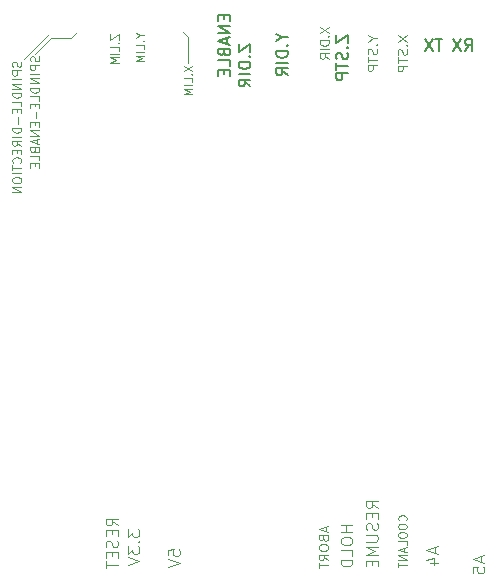
<source format=gbo>
G04 (created by PCBNEW-RS274X (2012-01-19 BZR 3256)-stable) date 1/09/2013 9:30:06 p.m.*
G01*
G70*
G90*
%MOIN*%
G04 Gerber Fmt 3.4, Leading zero omitted, Abs format*
%FSLAX34Y34*%
G04 APERTURE LIST*
%ADD10C,0.006000*%
%ADD11C,0.003900*%
%ADD12C,0.007900*%
G04 APERTURE END LIST*
G54D10*
G54D11*
X30450Y-15100D02*
X29600Y-15950D01*
X34415Y-32475D02*
X34415Y-32288D01*
X34603Y-32269D01*
X34584Y-32288D01*
X34566Y-32325D01*
X34566Y-32419D01*
X34584Y-32457D01*
X34603Y-32475D01*
X34641Y-32494D01*
X34734Y-32494D01*
X34772Y-32475D01*
X34791Y-32457D01*
X34809Y-32419D01*
X34809Y-32325D01*
X34791Y-32288D01*
X34772Y-32269D01*
X34415Y-32607D02*
X34809Y-32738D01*
X34415Y-32869D01*
X33065Y-31618D02*
X33065Y-31862D01*
X33216Y-31731D01*
X33216Y-31787D01*
X33234Y-31825D01*
X33253Y-31843D01*
X33291Y-31862D01*
X33384Y-31862D01*
X33422Y-31843D01*
X33441Y-31825D01*
X33459Y-31787D01*
X33459Y-31675D01*
X33441Y-31637D01*
X33422Y-31618D01*
X33422Y-32031D02*
X33441Y-32050D01*
X33459Y-32031D01*
X33441Y-32012D01*
X33422Y-32031D01*
X33459Y-32031D01*
X33065Y-32181D02*
X33065Y-32425D01*
X33216Y-32294D01*
X33216Y-32350D01*
X33234Y-32388D01*
X33253Y-32406D01*
X33291Y-32425D01*
X33384Y-32425D01*
X33422Y-32406D01*
X33441Y-32388D01*
X33459Y-32350D01*
X33459Y-32238D01*
X33441Y-32200D01*
X33422Y-32181D01*
X33065Y-32538D02*
X33459Y-32669D01*
X33065Y-32800D01*
X32734Y-31479D02*
X32547Y-31348D01*
X32734Y-31254D02*
X32340Y-31254D01*
X32340Y-31404D01*
X32359Y-31441D01*
X32378Y-31460D01*
X32416Y-31479D01*
X32472Y-31479D01*
X32509Y-31460D01*
X32528Y-31441D01*
X32547Y-31404D01*
X32547Y-31254D01*
X32528Y-31648D02*
X32528Y-31779D01*
X32734Y-31835D02*
X32734Y-31648D01*
X32340Y-31648D01*
X32340Y-31835D01*
X32716Y-31985D02*
X32734Y-32041D01*
X32734Y-32135D01*
X32716Y-32173D01*
X32697Y-32191D01*
X32659Y-32210D01*
X32622Y-32210D01*
X32584Y-32191D01*
X32566Y-32173D01*
X32547Y-32135D01*
X32528Y-32060D01*
X32509Y-32023D01*
X32491Y-32004D01*
X32453Y-31985D01*
X32416Y-31985D01*
X32378Y-32004D01*
X32359Y-32023D01*
X32340Y-32060D01*
X32340Y-32154D01*
X32359Y-32210D01*
X32528Y-32379D02*
X32528Y-32510D01*
X32734Y-32566D02*
X32734Y-32379D01*
X32340Y-32379D01*
X32340Y-32566D01*
X32340Y-32679D02*
X32340Y-32904D01*
X32734Y-32791D02*
X32340Y-32791D01*
X42335Y-31317D02*
X42349Y-31304D01*
X42362Y-31265D01*
X42362Y-31239D01*
X42349Y-31199D01*
X42322Y-31173D01*
X42296Y-31160D01*
X42243Y-31147D01*
X42204Y-31147D01*
X42151Y-31160D01*
X42125Y-31173D01*
X42099Y-31199D01*
X42086Y-31239D01*
X42086Y-31265D01*
X42099Y-31304D01*
X42112Y-31317D01*
X42086Y-31488D02*
X42086Y-31541D01*
X42099Y-31567D01*
X42125Y-31593D01*
X42178Y-31607D01*
X42270Y-31607D01*
X42322Y-31593D01*
X42349Y-31567D01*
X42362Y-31541D01*
X42362Y-31488D01*
X42349Y-31462D01*
X42322Y-31436D01*
X42270Y-31423D01*
X42178Y-31423D01*
X42125Y-31436D01*
X42099Y-31462D01*
X42086Y-31488D01*
X42086Y-31777D02*
X42086Y-31830D01*
X42099Y-31856D01*
X42125Y-31882D01*
X42178Y-31896D01*
X42270Y-31896D01*
X42322Y-31882D01*
X42349Y-31856D01*
X42362Y-31830D01*
X42362Y-31777D01*
X42349Y-31751D01*
X42322Y-31725D01*
X42270Y-31712D01*
X42178Y-31712D01*
X42125Y-31725D01*
X42099Y-31751D01*
X42086Y-31777D01*
X42362Y-32145D02*
X42362Y-32014D01*
X42086Y-32014D01*
X42283Y-32224D02*
X42283Y-32355D01*
X42362Y-32197D02*
X42086Y-32289D01*
X42362Y-32381D01*
X42362Y-32474D02*
X42086Y-32474D01*
X42362Y-32631D01*
X42086Y-32631D01*
X42086Y-32723D02*
X42086Y-32881D01*
X42362Y-32802D02*
X42086Y-32802D01*
X43297Y-32219D02*
X43297Y-32407D01*
X43409Y-32182D02*
X43015Y-32313D01*
X43409Y-32444D01*
X43147Y-32745D02*
X43409Y-32745D01*
X42997Y-32651D02*
X43278Y-32557D01*
X43278Y-32801D01*
X44847Y-32519D02*
X44847Y-32707D01*
X44959Y-32482D02*
X44565Y-32613D01*
X44959Y-32744D01*
X44565Y-33063D02*
X44565Y-32876D01*
X44753Y-32857D01*
X44734Y-32876D01*
X44716Y-32913D01*
X44716Y-33007D01*
X44734Y-33045D01*
X44753Y-33063D01*
X44791Y-33082D01*
X44884Y-33082D01*
X44922Y-33063D01*
X44941Y-33045D01*
X44959Y-33007D01*
X44959Y-32913D01*
X44941Y-32876D01*
X44922Y-32857D01*
X41409Y-30897D02*
X41222Y-30766D01*
X41409Y-30672D02*
X41015Y-30672D01*
X41015Y-30822D01*
X41034Y-30859D01*
X41053Y-30878D01*
X41091Y-30897D01*
X41147Y-30897D01*
X41184Y-30878D01*
X41203Y-30859D01*
X41222Y-30822D01*
X41222Y-30672D01*
X41203Y-31066D02*
X41203Y-31197D01*
X41409Y-31253D02*
X41409Y-31066D01*
X41015Y-31066D01*
X41015Y-31253D01*
X41391Y-31403D02*
X41409Y-31459D01*
X41409Y-31553D01*
X41391Y-31591D01*
X41372Y-31609D01*
X41334Y-31628D01*
X41297Y-31628D01*
X41259Y-31609D01*
X41241Y-31591D01*
X41222Y-31553D01*
X41203Y-31478D01*
X41184Y-31441D01*
X41166Y-31422D01*
X41128Y-31403D01*
X41091Y-31403D01*
X41053Y-31422D01*
X41034Y-31441D01*
X41015Y-31478D01*
X41015Y-31572D01*
X41034Y-31628D01*
X41015Y-31797D02*
X41334Y-31797D01*
X41372Y-31816D01*
X41391Y-31834D01*
X41409Y-31872D01*
X41409Y-31947D01*
X41391Y-31984D01*
X41372Y-32003D01*
X41334Y-32022D01*
X41015Y-32022D01*
X41409Y-32210D02*
X41015Y-32210D01*
X41297Y-32341D01*
X41015Y-32472D01*
X41409Y-32472D01*
X41203Y-32660D02*
X41203Y-32791D01*
X41409Y-32847D02*
X41409Y-32660D01*
X41015Y-32660D01*
X41015Y-32847D01*
X40559Y-31475D02*
X40165Y-31475D01*
X40353Y-31475D02*
X40353Y-31700D01*
X40559Y-31700D02*
X40165Y-31700D01*
X40165Y-31963D02*
X40165Y-32038D01*
X40184Y-32075D01*
X40222Y-32113D01*
X40297Y-32132D01*
X40428Y-32132D01*
X40503Y-32113D01*
X40541Y-32075D01*
X40559Y-32038D01*
X40559Y-31963D01*
X40541Y-31925D01*
X40503Y-31888D01*
X40428Y-31869D01*
X40297Y-31869D01*
X40222Y-31888D01*
X40184Y-31925D01*
X40165Y-31963D01*
X40559Y-32488D02*
X40559Y-32301D01*
X40165Y-32301D01*
X40559Y-32620D02*
X40165Y-32620D01*
X40165Y-32714D01*
X40184Y-32770D01*
X40222Y-32807D01*
X40259Y-32826D01*
X40334Y-32845D01*
X40391Y-32845D01*
X40466Y-32826D01*
X40503Y-32807D01*
X40541Y-32770D01*
X40559Y-32714D01*
X40559Y-32620D01*
X39662Y-31525D02*
X39662Y-31675D01*
X39752Y-31495D02*
X39437Y-31600D01*
X39752Y-31705D01*
X39587Y-31915D02*
X39602Y-31960D01*
X39617Y-31975D01*
X39647Y-31990D01*
X39692Y-31990D01*
X39722Y-31975D01*
X39737Y-31960D01*
X39752Y-31930D01*
X39752Y-31810D01*
X39437Y-31810D01*
X39437Y-31915D01*
X39452Y-31945D01*
X39467Y-31960D01*
X39497Y-31975D01*
X39527Y-31975D01*
X39557Y-31960D01*
X39572Y-31945D01*
X39587Y-31915D01*
X39587Y-31810D01*
X39437Y-32185D02*
X39437Y-32245D01*
X39452Y-32275D01*
X39482Y-32305D01*
X39542Y-32320D01*
X39647Y-32320D01*
X39707Y-32305D01*
X39737Y-32275D01*
X39752Y-32245D01*
X39752Y-32185D01*
X39737Y-32155D01*
X39707Y-32125D01*
X39647Y-32110D01*
X39542Y-32110D01*
X39482Y-32125D01*
X39452Y-32155D01*
X39437Y-32185D01*
X39752Y-32635D02*
X39602Y-32530D01*
X39752Y-32455D02*
X39437Y-32455D01*
X39437Y-32575D01*
X39452Y-32605D01*
X39467Y-32620D01*
X39497Y-32635D01*
X39542Y-32635D01*
X39572Y-32620D01*
X39587Y-32605D01*
X39602Y-32575D01*
X39602Y-32455D01*
X39437Y-32725D02*
X39437Y-32905D01*
X39752Y-32815D02*
X39437Y-32815D01*
X31180Y-15240D02*
X31380Y-15040D01*
X30520Y-15240D02*
X31180Y-15240D01*
X29980Y-15780D02*
X30520Y-15240D01*
X29505Y-16023D02*
X29519Y-16065D01*
X29519Y-16136D01*
X29505Y-16164D01*
X29491Y-16178D01*
X29463Y-16192D01*
X29435Y-16192D01*
X29407Y-16178D01*
X29392Y-16164D01*
X29378Y-16136D01*
X29364Y-16079D01*
X29350Y-16051D01*
X29336Y-16037D01*
X29308Y-16023D01*
X29280Y-16023D01*
X29252Y-16037D01*
X29238Y-16051D01*
X29224Y-16079D01*
X29224Y-16150D01*
X29238Y-16192D01*
X29519Y-16318D02*
X29224Y-16318D01*
X29224Y-16431D01*
X29238Y-16459D01*
X29252Y-16473D01*
X29280Y-16487D01*
X29322Y-16487D01*
X29350Y-16473D01*
X29364Y-16459D01*
X29378Y-16431D01*
X29378Y-16318D01*
X29519Y-16613D02*
X29224Y-16613D01*
X29519Y-16753D02*
X29224Y-16753D01*
X29519Y-16922D01*
X29224Y-16922D01*
X29519Y-17062D02*
X29224Y-17062D01*
X29224Y-17132D01*
X29238Y-17175D01*
X29266Y-17203D01*
X29294Y-17217D01*
X29350Y-17231D01*
X29392Y-17231D01*
X29449Y-17217D01*
X29477Y-17203D01*
X29505Y-17175D01*
X29519Y-17132D01*
X29519Y-17062D01*
X29519Y-17498D02*
X29519Y-17357D01*
X29224Y-17357D01*
X29364Y-17596D02*
X29364Y-17695D01*
X29519Y-17737D02*
X29519Y-17596D01*
X29224Y-17596D01*
X29224Y-17737D01*
X29407Y-17863D02*
X29407Y-18088D01*
X29519Y-18228D02*
X29224Y-18228D01*
X29224Y-18298D01*
X29238Y-18341D01*
X29266Y-18369D01*
X29294Y-18383D01*
X29350Y-18397D01*
X29392Y-18397D01*
X29449Y-18383D01*
X29477Y-18369D01*
X29505Y-18341D01*
X29519Y-18298D01*
X29519Y-18228D01*
X29519Y-18523D02*
X29224Y-18523D01*
X29519Y-18832D02*
X29378Y-18733D01*
X29519Y-18663D02*
X29224Y-18663D01*
X29224Y-18776D01*
X29238Y-18804D01*
X29252Y-18818D01*
X29280Y-18832D01*
X29322Y-18832D01*
X29350Y-18818D01*
X29364Y-18804D01*
X29378Y-18776D01*
X29378Y-18663D01*
X29364Y-18958D02*
X29364Y-19057D01*
X29519Y-19099D02*
X29519Y-18958D01*
X29224Y-18958D01*
X29224Y-19099D01*
X29491Y-19394D02*
X29505Y-19380D01*
X29519Y-19338D01*
X29519Y-19310D01*
X29505Y-19267D01*
X29477Y-19239D01*
X29449Y-19225D01*
X29392Y-19211D01*
X29350Y-19211D01*
X29294Y-19225D01*
X29266Y-19239D01*
X29238Y-19267D01*
X29224Y-19310D01*
X29224Y-19338D01*
X29238Y-19380D01*
X29252Y-19394D01*
X29224Y-19478D02*
X29224Y-19647D01*
X29519Y-19562D02*
X29224Y-19562D01*
X29519Y-19745D02*
X29224Y-19745D01*
X29224Y-19941D02*
X29224Y-19998D01*
X29238Y-20026D01*
X29266Y-20054D01*
X29322Y-20068D01*
X29421Y-20068D01*
X29477Y-20054D01*
X29505Y-20026D01*
X29519Y-19998D01*
X29519Y-19941D01*
X29505Y-19913D01*
X29477Y-19885D01*
X29421Y-19871D01*
X29322Y-19871D01*
X29266Y-19885D01*
X29238Y-19913D01*
X29224Y-19941D01*
X29519Y-20194D02*
X29224Y-20194D01*
X29519Y-20363D01*
X29224Y-20363D01*
X30105Y-15846D02*
X30119Y-15888D01*
X30119Y-15959D01*
X30105Y-15987D01*
X30091Y-16001D01*
X30063Y-16015D01*
X30035Y-16015D01*
X30007Y-16001D01*
X29992Y-15987D01*
X29978Y-15959D01*
X29964Y-15902D01*
X29950Y-15874D01*
X29936Y-15860D01*
X29908Y-15846D01*
X29880Y-15846D01*
X29852Y-15860D01*
X29838Y-15874D01*
X29824Y-15902D01*
X29824Y-15973D01*
X29838Y-16015D01*
X30119Y-16141D02*
X29824Y-16141D01*
X29824Y-16254D01*
X29838Y-16282D01*
X29852Y-16296D01*
X29880Y-16310D01*
X29922Y-16310D01*
X29950Y-16296D01*
X29964Y-16282D01*
X29978Y-16254D01*
X29978Y-16141D01*
X30119Y-16436D02*
X29824Y-16436D01*
X30119Y-16576D02*
X29824Y-16576D01*
X30119Y-16745D01*
X29824Y-16745D01*
X30119Y-16885D02*
X29824Y-16885D01*
X29824Y-16955D01*
X29838Y-16998D01*
X29866Y-17026D01*
X29894Y-17040D01*
X29950Y-17054D01*
X29992Y-17054D01*
X30049Y-17040D01*
X30077Y-17026D01*
X30105Y-16998D01*
X30119Y-16955D01*
X30119Y-16885D01*
X30119Y-17321D02*
X30119Y-17180D01*
X29824Y-17180D01*
X29964Y-17419D02*
X29964Y-17518D01*
X30119Y-17560D02*
X30119Y-17419D01*
X29824Y-17419D01*
X29824Y-17560D01*
X30007Y-17686D02*
X30007Y-17911D01*
X29964Y-18051D02*
X29964Y-18150D01*
X30119Y-18192D02*
X30119Y-18051D01*
X29824Y-18051D01*
X29824Y-18192D01*
X30119Y-18318D02*
X29824Y-18318D01*
X30119Y-18487D01*
X29824Y-18487D01*
X30035Y-18613D02*
X30035Y-18754D01*
X30119Y-18585D02*
X29824Y-18683D01*
X30119Y-18782D01*
X29964Y-18979D02*
X29978Y-19021D01*
X29992Y-19035D01*
X30021Y-19049D01*
X30063Y-19049D01*
X30091Y-19035D01*
X30105Y-19021D01*
X30119Y-18993D01*
X30119Y-18880D01*
X29824Y-18880D01*
X29824Y-18979D01*
X29838Y-19007D01*
X29852Y-19021D01*
X29880Y-19035D01*
X29908Y-19035D01*
X29936Y-19021D01*
X29950Y-19007D01*
X29964Y-18979D01*
X29964Y-18880D01*
X30119Y-19316D02*
X30119Y-19175D01*
X29824Y-19175D01*
X29964Y-19414D02*
X29964Y-19513D01*
X30119Y-19555D02*
X30119Y-19414D01*
X29824Y-19414D01*
X29824Y-19555D01*
X35080Y-15200D02*
X35080Y-16080D01*
X35080Y-15200D02*
X34920Y-15040D01*
X32486Y-15108D02*
X32486Y-15292D01*
X32762Y-15108D01*
X32762Y-15292D01*
X32735Y-15398D02*
X32749Y-15411D01*
X32762Y-15398D01*
X32749Y-15385D01*
X32735Y-15398D01*
X32762Y-15398D01*
X32762Y-15660D02*
X32762Y-15529D01*
X32486Y-15529D01*
X32762Y-15752D02*
X32486Y-15752D01*
X32762Y-15883D02*
X32486Y-15883D01*
X32683Y-15975D01*
X32486Y-16067D01*
X32762Y-16067D01*
X33480Y-15150D02*
X33612Y-15150D01*
X33336Y-15058D02*
X33480Y-15150D01*
X33336Y-15242D01*
X33585Y-15335D02*
X33599Y-15348D01*
X33612Y-15335D01*
X33599Y-15322D01*
X33585Y-15335D01*
X33612Y-15335D01*
X33612Y-15597D02*
X33612Y-15466D01*
X33336Y-15466D01*
X33612Y-15689D02*
X33336Y-15689D01*
X33612Y-15820D02*
X33336Y-15820D01*
X33533Y-15912D01*
X33336Y-16004D01*
X33612Y-16004D01*
X34936Y-16158D02*
X35212Y-16342D01*
X34936Y-16342D02*
X35212Y-16158D01*
X35185Y-16448D02*
X35199Y-16461D01*
X35212Y-16448D01*
X35199Y-16435D01*
X35185Y-16448D01*
X35212Y-16448D01*
X35212Y-16710D02*
X35212Y-16579D01*
X34936Y-16579D01*
X35212Y-16802D02*
X34936Y-16802D01*
X35212Y-16933D02*
X34936Y-16933D01*
X35133Y-17025D01*
X34936Y-17117D01*
X35212Y-17117D01*
G54D12*
X36278Y-14481D02*
X36278Y-14612D01*
X36484Y-14668D02*
X36484Y-14481D01*
X36090Y-14481D01*
X36090Y-14668D01*
X36484Y-14837D02*
X36090Y-14837D01*
X36484Y-15062D01*
X36090Y-15062D01*
X36372Y-15231D02*
X36372Y-15419D01*
X36484Y-15194D02*
X36090Y-15325D01*
X36484Y-15456D01*
X36278Y-15719D02*
X36297Y-15775D01*
X36316Y-15794D01*
X36353Y-15813D01*
X36409Y-15813D01*
X36447Y-15794D01*
X36466Y-15775D01*
X36484Y-15738D01*
X36484Y-15588D01*
X36090Y-15588D01*
X36090Y-15719D01*
X36109Y-15757D01*
X36128Y-15775D01*
X36166Y-15794D01*
X36203Y-15794D01*
X36241Y-15775D01*
X36259Y-15757D01*
X36278Y-15719D01*
X36278Y-15588D01*
X36484Y-16169D02*
X36484Y-15982D01*
X36090Y-15982D01*
X36278Y-16301D02*
X36278Y-16432D01*
X36484Y-16488D02*
X36484Y-16301D01*
X36090Y-16301D01*
X36090Y-16488D01*
G54D11*
X39474Y-14867D02*
X39769Y-15064D01*
X39474Y-15064D02*
X39769Y-14867D01*
X39741Y-15176D02*
X39755Y-15190D01*
X39769Y-15176D01*
X39755Y-15162D01*
X39741Y-15176D01*
X39769Y-15176D01*
X39769Y-15316D02*
X39474Y-15316D01*
X39474Y-15386D01*
X39488Y-15429D01*
X39516Y-15457D01*
X39544Y-15471D01*
X39600Y-15485D01*
X39642Y-15485D01*
X39699Y-15471D01*
X39727Y-15457D01*
X39755Y-15429D01*
X39769Y-15386D01*
X39769Y-15316D01*
X39769Y-15611D02*
X39474Y-15611D01*
X39769Y-15920D02*
X39628Y-15821D01*
X39769Y-15751D02*
X39474Y-15751D01*
X39474Y-15864D01*
X39488Y-15892D01*
X39502Y-15906D01*
X39530Y-15920D01*
X39572Y-15920D01*
X39600Y-15906D01*
X39614Y-15892D01*
X39628Y-15864D01*
X39628Y-15751D01*
G54D12*
X36765Y-15437D02*
X36765Y-15700D01*
X37159Y-15437D01*
X37159Y-15700D01*
X37122Y-15850D02*
X37141Y-15869D01*
X37159Y-15850D01*
X37141Y-15831D01*
X37122Y-15850D01*
X37159Y-15850D01*
X37159Y-16038D02*
X36765Y-16038D01*
X36765Y-16132D01*
X36784Y-16188D01*
X36822Y-16225D01*
X36859Y-16244D01*
X36934Y-16263D01*
X36991Y-16263D01*
X37066Y-16244D01*
X37103Y-16225D01*
X37141Y-16188D01*
X37159Y-16132D01*
X37159Y-16038D01*
X37159Y-16432D02*
X36765Y-16432D01*
X37159Y-16845D02*
X36972Y-16714D01*
X37159Y-16620D02*
X36765Y-16620D01*
X36765Y-16770D01*
X36784Y-16807D01*
X36803Y-16826D01*
X36841Y-16845D01*
X36897Y-16845D01*
X36934Y-16826D01*
X36953Y-16807D01*
X36972Y-16770D01*
X36972Y-16620D01*
X38222Y-15218D02*
X38409Y-15218D01*
X38015Y-15087D02*
X38222Y-15218D01*
X38015Y-15349D01*
X38372Y-15481D02*
X38391Y-15500D01*
X38409Y-15481D01*
X38391Y-15462D01*
X38372Y-15481D01*
X38409Y-15481D01*
X38409Y-15669D02*
X38015Y-15669D01*
X38015Y-15763D01*
X38034Y-15819D01*
X38072Y-15856D01*
X38109Y-15875D01*
X38184Y-15894D01*
X38241Y-15894D01*
X38316Y-15875D01*
X38353Y-15856D01*
X38391Y-15819D01*
X38409Y-15763D01*
X38409Y-15669D01*
X38409Y-16063D02*
X38015Y-16063D01*
X38409Y-16476D02*
X38222Y-16345D01*
X38409Y-16251D02*
X38015Y-16251D01*
X38015Y-16401D01*
X38034Y-16438D01*
X38053Y-16457D01*
X38091Y-16476D01*
X38147Y-16476D01*
X38184Y-16457D01*
X38203Y-16438D01*
X38222Y-16401D01*
X38222Y-16251D01*
X40015Y-15140D02*
X40015Y-15403D01*
X40409Y-15140D01*
X40409Y-15403D01*
X40372Y-15553D02*
X40391Y-15572D01*
X40409Y-15553D01*
X40391Y-15534D01*
X40372Y-15553D01*
X40409Y-15553D01*
X40391Y-15722D02*
X40409Y-15778D01*
X40409Y-15872D01*
X40391Y-15910D01*
X40372Y-15928D01*
X40334Y-15947D01*
X40297Y-15947D01*
X40259Y-15928D01*
X40241Y-15910D01*
X40222Y-15872D01*
X40203Y-15797D01*
X40184Y-15760D01*
X40166Y-15741D01*
X40128Y-15722D01*
X40091Y-15722D01*
X40053Y-15741D01*
X40034Y-15760D01*
X40015Y-15797D01*
X40015Y-15891D01*
X40034Y-15947D01*
X40015Y-16060D02*
X40015Y-16285D01*
X40409Y-16172D02*
X40015Y-16172D01*
X40409Y-16416D02*
X40015Y-16416D01*
X40015Y-16566D01*
X40034Y-16603D01*
X40053Y-16622D01*
X40091Y-16641D01*
X40147Y-16641D01*
X40184Y-16622D01*
X40203Y-16603D01*
X40222Y-16566D01*
X40222Y-16416D01*
G54D11*
X41227Y-15248D02*
X41377Y-15248D01*
X41062Y-15143D02*
X41227Y-15248D01*
X41062Y-15353D01*
X41347Y-15458D02*
X41362Y-15473D01*
X41377Y-15458D01*
X41362Y-15443D01*
X41347Y-15458D01*
X41377Y-15458D01*
X41362Y-15593D02*
X41377Y-15638D01*
X41377Y-15713D01*
X41362Y-15743D01*
X41347Y-15758D01*
X41317Y-15773D01*
X41287Y-15773D01*
X41257Y-15758D01*
X41242Y-15743D01*
X41227Y-15713D01*
X41212Y-15653D01*
X41197Y-15623D01*
X41182Y-15608D01*
X41152Y-15593D01*
X41122Y-15593D01*
X41092Y-15608D01*
X41077Y-15623D01*
X41062Y-15653D01*
X41062Y-15728D01*
X41077Y-15773D01*
X41062Y-15863D02*
X41062Y-16043D01*
X41377Y-15953D02*
X41062Y-15953D01*
X41377Y-16148D02*
X41062Y-16148D01*
X41062Y-16268D01*
X41077Y-16298D01*
X41092Y-16313D01*
X41122Y-16328D01*
X41167Y-16328D01*
X41197Y-16313D01*
X41212Y-16298D01*
X41227Y-16268D01*
X41227Y-16148D01*
X42062Y-15143D02*
X42377Y-15353D01*
X42062Y-15353D02*
X42377Y-15143D01*
X42347Y-15473D02*
X42362Y-15488D01*
X42377Y-15473D01*
X42362Y-15458D01*
X42347Y-15473D01*
X42377Y-15473D01*
X42362Y-15608D02*
X42377Y-15653D01*
X42377Y-15728D01*
X42362Y-15758D01*
X42347Y-15773D01*
X42317Y-15788D01*
X42287Y-15788D01*
X42257Y-15773D01*
X42242Y-15758D01*
X42227Y-15728D01*
X42212Y-15668D01*
X42197Y-15638D01*
X42182Y-15623D01*
X42152Y-15608D01*
X42122Y-15608D01*
X42092Y-15623D01*
X42077Y-15638D01*
X42062Y-15668D01*
X42062Y-15743D01*
X42077Y-15788D01*
X42062Y-15878D02*
X42062Y-16058D01*
X42377Y-15968D02*
X42062Y-15968D01*
X42377Y-16163D02*
X42062Y-16163D01*
X42062Y-16283D01*
X42077Y-16313D01*
X42092Y-16328D01*
X42122Y-16343D01*
X42167Y-16343D01*
X42197Y-16328D01*
X42212Y-16313D01*
X42227Y-16283D01*
X42227Y-16163D01*
G54D12*
X44315Y-15659D02*
X44446Y-15472D01*
X44540Y-15659D02*
X44540Y-15265D01*
X44390Y-15265D01*
X44353Y-15284D01*
X44334Y-15303D01*
X44315Y-15341D01*
X44315Y-15397D01*
X44334Y-15434D01*
X44353Y-15453D01*
X44390Y-15472D01*
X44540Y-15472D01*
X44184Y-15265D02*
X43921Y-15659D01*
X43921Y-15265D02*
X44184Y-15659D01*
X43549Y-15265D02*
X43324Y-15265D01*
X43437Y-15659D02*
X43437Y-15265D01*
X43231Y-15265D02*
X42968Y-15659D01*
X42968Y-15265D02*
X43231Y-15659D01*
M02*

</source>
